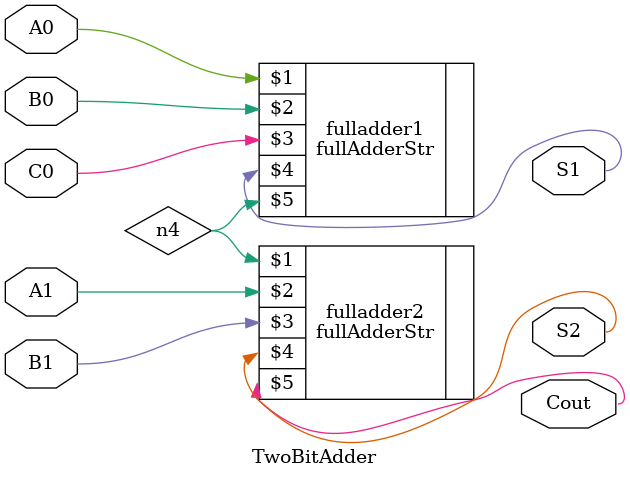
<source format=sv>
`timescale 1ns / 1ps

module TwoBitAdder (input logic A0, A1, B0, B1, C0, output logic S1, S2, Cout);

	logic n1, n2, n3, n4, n5, n6, n7;
	fullAdderStr fulladder1(A0, B0, C0, S1, n4);
	fullAdderStr fulladder2(n4, A1, B1, S2, Cout);

endmodule
</source>
